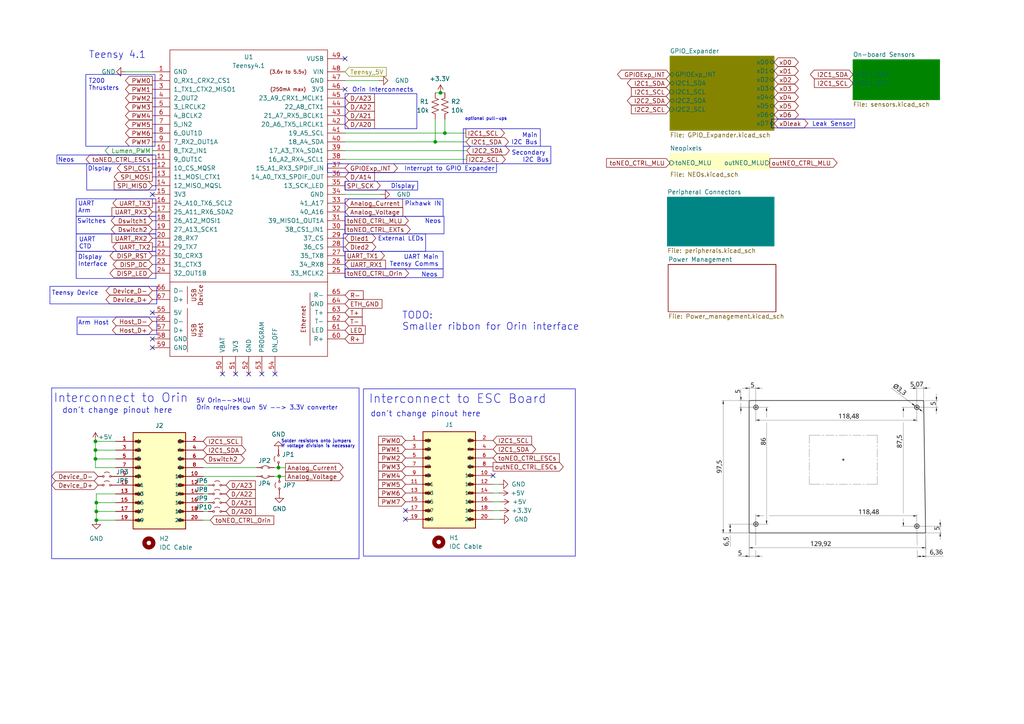
<source format=kicad_sch>
(kicad_sch (version 20231120) (generator "eeschema") (generator_version "8.0")
  (paper "A4")
  (title_block (title "Main Logic Unit Breakout") (date "2025-05-09") (rev "2.0") (company "Stanford Robosub") (comment 1 "BLAME: Vassilis Alexopoulos - valex@stanford.edu"))
  (lib_symbols
    (symbol "Device:R_US" (pin_numbers hide) (pin_names (offset 0))
      (property "Reference" "R" (at 2.54 0 90))
      (property "Value" "R_US" (at -2.54 0 90))
      (symbol "R_US_0_1"
        (polyline (pts (xy 0 -2.286) (xy 0 -2.54)))
        (polyline (pts (xy 0 2.286) (xy 0 2.54)))
        (polyline (pts (xy 0 -0.762) (xy 1.016 -1.143) (xy 0 -1.524) (xy -1.016 -1.905) (xy 0 -2.286)))
        (polyline (pts (xy 0 0.762) (xy 1.016 0.381) (xy 0 0) (xy -1.016 -0.381) (xy 0 -0.762)))
        (polyline (pts (xy 0 2.286) (xy 1.016 1.905) (xy 0 1.524) (xy -1.016 1.143) (xy 0 0.762)))
      )
      (symbol "R_US_1_1"
        (pin passive line (at 0 3.81 270) (length 1.27) (name "~") (number "1"))
        (pin passive line (at 0 -3.81 90) (length 1.27) (name "~") (number "2"))
      )
    )
    (symbol "Imported_Symbols:SBH11-PBPC-D10-ST-BK" (pin_names (offset 1.016))
      (property "Reference" "J" (at -7.62 16.002 0))
      (property "Value" "SBH11-PBPC-D10-ST-BK" (at -7.62 -15.24 0))
      (symbol "SBH11-PBPC-D10-ST-BK_0_0"
        (rectangle (start -7.62 -12.7) (end 7.62 15.24) (stroke (width 0.254)) (fill (type background)))
        (rectangle (start -6.985 -10.4775) (end -5.3975 -9.8425) (stroke (width 0.1)) (fill (type outline)))
        (rectangle (start -6.985 -7.9375) (end -5.3975 -7.3025) (stroke (width 0.1)) (fill (type outline)))
        (rectangle (start -6.985 -5.3975) (end -5.3975 -4.7625) (stroke (width 0.1)) (fill (type outline)))
        (rectangle (start -6.985 -2.8575) (end -5.3975 -2.2225) (stroke (width 0.1)) (fill (type outline)))
        (rectangle (start -6.985 -0.3175) (end -5.3975 0.3175) (stroke (width 0.1)) (fill (type outline)))
        (rectangle (start -6.985 2.2225) (end -5.3975 2.8575) (stroke (width 0.1)) (fill (type outline)))
        (rectangle (start -6.985 4.7625) (end -5.3975 5.3975) (stroke (width 0.1)) (fill (type outline)))
        (rectangle (start -6.985 7.3025) (end -5.3975 7.9375) (stroke (width 0.1)) (fill (type outline)))
        (rectangle (start -6.985 9.8425) (end -5.3975 10.4775) (stroke (width 0.1)) (fill (type outline)))
        (rectangle (start -6.985 12.3825) (end -5.3975 13.0175) (stroke (width 0.1)) (fill (type outline)))
        (polyline (pts (xy -7.62 -10.16) (xy -5.715 -10.16)) (stroke (width 0.254)))
        (polyline (pts (xy -7.62 -7.62) (xy -5.715 -7.62)) (stroke (width 0.254)))
        (polyline (pts (xy -7.62 -5.08) (xy -5.715 -5.08)) (stroke (width 0.254)))
        (polyline (pts (xy -7.62 -2.54) (xy -5.715 -2.54)) (stroke (width 0.254)))
        (polyline (pts (xy -7.62 0) (xy -5.715 0)) (stroke (width 0.254)))
        (polyline (pts (xy -7.62 2.54) (xy -5.715 2.54)) (stroke (width 0.254)))
        (polyline (pts (xy -7.62 5.08) (xy -5.715 5.08)) (stroke (width 0.254)))
        (polyline (pts (xy -7.62 7.62) (xy -5.715 7.62)) (stroke (width 0.254)))
        (polyline (pts (xy -7.62 10.16) (xy -5.715 10.16)) (stroke (width 0.254)))
        (polyline (pts (xy -7.62 12.7) (xy -5.715 12.7)) (stroke (width 0.254)))
        (polyline (pts (xy 7.62 -10.16) (xy 5.715 -10.16)) (stroke (width 0.254)))
        (polyline (pts (xy 7.62 -7.62) (xy 5.715 -7.62)) (stroke (width 0.254)))
        (polyline (pts (xy 7.62 -5.08) (xy 5.715 -5.08)) (stroke (width 0.254)))
        (polyline (pts (xy 7.62 -2.54) (xy 5.715 -2.54)) (stroke (width 0.254)))
        (polyline (pts (xy 7.62 0) (xy 5.715 0)) (stroke (width 0.254)))
        (polyline (pts (xy 7.62 2.54) (xy 5.715 2.54)) (stroke (width 0.254)))
        (polyline (pts (xy 7.62 5.08) (xy 5.715 5.08)) (stroke (width 0.254)))
        (polyline (pts (xy 7.62 7.62) (xy 5.715 7.62)) (stroke (width 0.254)))
        (polyline (pts (xy 7.62 10.16) (xy 5.715 10.16)) (stroke (width 0.254)))
        (polyline (pts (xy 7.62 12.7) (xy 5.715 12.7)) (stroke (width 0.254)))
        (rectangle (start 5.3975 -10.4775) (end 6.985 -9.8425) (stroke (width 0.1)) (fill (type outline)))
        (rectangle (start 5.3975 -7.9375) (end 6.985 -7.3025) (stroke (width 0.1)) (fill (type outline)))
        (rectangle (start 5.3975 -5.3975) (end 6.985 -4.7625) (stroke (width 0.1)) (fill (type outline)))
        (rectangle (start 5.3975 -2.8575) (end 6.985 -2.2225) (stroke (width 0.1)) (fill (type outline)))
        (rectangle (start 5.3975 -0.3175) (end 6.985 0.3175) (stroke (width 0.1)) (fill (type outline)))
        (rectangle (start 5.3975 2.2225) (end 6.985 2.8575) (stroke (width 0.1)) (fill (type outline)))
        (rectangle (start 5.3975 4.7625) (end 6.985 5.3975) (stroke (width 0.1)) (fill (type outline)))
        (rectangle (start 5.3975 7.3025) (end 6.985 7.9375) (stroke (width 0.1)) (fill (type outline)))
        (rectangle (start 5.3975 9.8425) (end 6.985 10.4775) (stroke (width 0.1)) (fill (type outline)))
        (rectangle (start 5.3975 12.3825) (end 6.985 13.0175) (stroke (width 0.1)) (fill (type outline)))
        (pin passive line (at -12.7 12.7 0) (length 5.08) (name "1") (number "1"))
        (pin passive line (at 12.7 2.54 180) (length 5.08) (name "10") (number "10"))
        (pin passive line (at -12.7 0 0) (length 5.08) (name "11") (number "11"))
        (pin passive line (at 12.7 0 180) (length 5.08) (name "12") (number "12"))
        (pin passive line (at -12.7 -2.54 0) (length 5.08) (name "13") (number "13"))
        (pin passive line (at 12.7 -2.54 180) (length 5.08) (name "14") (number "14"))
        (pin passive line (at -12.7 -5.08 0) (length 5.08) (name "15") (number "15"))
        (pin passive line (at 12.7 -5.08 180) (length 5.08) (name "16") (number "16"))
        (pin passive line (at -12.7 -7.62 0) (length 5.08) (name "17") (number "17"))
        (pin passive line (at 12.7 -7.62 180) (length 5.08) (name "18") (number "18"))
        (pin passive line (at -12.7 -10.16 0) (length 5.08) (name "19") (number "19"))
        (pin passive line (at 12.7 12.7 180) (length 5.08) (name "2") (number "2"))
        (pin passive line (at 12.7 -10.16 180) (length 5.08) (name "20") (number "20"))
        (pin passive line (at -12.7 10.16 0) (length 5.08) (name "3") (number "3"))
        (pin passive line (at 12.7 10.16 180) (length 5.08) (name "4") (number "4"))
        (pin passive line (at -12.7 7.62 0) (length 5.08) (name "5") (number "5"))
        (pin passive line (at 12.7 7.62 180) (length 5.08) (name "6") (number "6"))
        (pin passive line (at -12.7 5.08 0) (length 5.08) (name "7") (number "7"))
        (pin passive line (at 12.7 5.08 180) (length 5.08) (name "8") (number "8"))
        (pin passive line (at -12.7 2.54 0) (length 5.08) (name "9") (number "9"))
      )
    )
    (symbol "Jumper:Jumper_2_Small_Bridged" (pin_numbers hide) (pin_names (offset 0) hide) (exclude_from_sim yes)
      (property "Reference" "JP" (at 0 2.032 0))
      (property "Value" "Jumper_2_Small_Bridged" (at 0 -2.286 0))
      (symbol "Jumper_2_Small_Bridged_0_0"
        (circle (center -1.016 0) (radius 0.254))
        (circle (center 1.016 0) (radius 0.254))
      )
      (symbol "Jumper_2_Small_Bridged_0_1"
        (arc (start 0.762 0.254) (mid 0 0.5696) (end -0.762 0.254))
      )
      (symbol "Jumper_2_Small_Bridged_1_1"
        (pin passive line (at -2.54 0 0) (length 1.27) (name "A") (number "1"))
        (pin passive line (at 2.54 0 180) (length 1.27) (name "B") (number "2"))
      )
    )
    (symbol "Jumper:Jumper_2_Small_Open" (pin_numbers hide) (pin_names (offset 0) hide) (exclude_from_sim yes)
      (property "Reference" "JP" (at 0 2.794 0))
      (property "Value" "Jumper_2_Small_Open" (at 0 -2.286 0))
      (symbol "Jumper_2_Small_Open_0_0"
        (circle (center -1.016 0) (radius 0.254))
        (circle (center 1.016 0) (radius 0.254))
      )
      (symbol "Jumper_2_Small_Open_0_1"
        (arc (start 0.762 1.0196) (mid 0 1.2729) (end -0.762 1.0196))
      )
      (symbol "Jumper_2_Small_Open_1_1"
        (pin passive line (at -2.54 0 0) (length 1.27) (name "A") (number "1"))
        (pin passive line (at 2.54 0 180) (length 1.27) (name "B") (number "2"))
      )
    )
    (symbol "Mechanical:MountingHole" (pin_names (offset 1.016)) (exclude_from_sim yes) (in_bom no)
      (property "Reference" "H" (at 0 5.08 0))
      (property "Value" "MountingHole" (at 0 3.175 0))
      (symbol "MountingHole_0_1"
        (circle (center 0 0) (radius 1.27) (stroke (width 1.27)))
      )
    )
    (symbol "power:+3.3V" (power) (pin_numbers hide) (pin_names (offset 0) hide)
      (property "Value" "+3.3V" (at 0 3.556 0))
      (symbol "+3.3V_0_1"
        (polyline (pts (xy -0.762 1.27) (xy 0 2.54)))
        (polyline (pts (xy 0 0) (xy 0 2.54)))
        (polyline (pts (xy 0 2.54) (xy 0.762 1.27)))
      )
      (symbol "+3.3V_1_1"
        (pin power_in line (at 0 0 90) (length 0) (name "~") (number "1"))
      )
    )
    (symbol "power:+5V" (power) (pin_numbers hide) (pin_names (offset 0) hide)
      (property "Value" "+5V" (at 0 3.556 0))
      (symbol "+5V_0_1"
        (polyline (pts (xy -0.762 1.27) (xy 0 2.54)))
        (polyline (pts (xy 0 0) (xy 0 2.54)))
        (polyline (pts (xy 0 2.54) (xy 0.762 1.27)))
      )
      (symbol "+5V_1_1"
        (pin power_in line (at 0 0 90) (length 0) (name "~") (number "1"))
      )
    )
    (symbol "power:GND" (power) (pin_numbers hide) (pin_names (offset 0) hide)
      (property "Value" "GND" (at 0 -3.81 0))
      (symbol "GND_0_1"
        (polyline (pts (xy 0 0) (xy 0 -1.27) (xy 1.27 -1.27) (xy 0 -2.54) (xy -1.27 -1.27) (xy 0 -1.27)))
      )
      (symbol "GND_1_1"
        (pin power_in line (at 0 0 270) (length 0) (name "~") (number "1"))
      )
    )
    (symbol "teensy:Teensy4.1" (pin_names (offset 1.016))
      (property "Reference" "U" (at 0 64.77 0))
      (property "Value" "Teensy4.1" (at 0 62.23 0))
      (symbol "Teensy4.1_0_0"
        (polyline (pts (xy -22.86 -6.35) (xy 22.86 -6.35)))
        (polyline (pts (xy -17.78 -26.67) (xy -17.78 -13.97)))
        (polyline (pts (xy -17.78 -7.62) (xy -17.78 -12.7)))
        (polyline (pts (xy 17.78 -9.525) (xy 17.78 -24.765)))
        (text "(250mA max)" (at 11.43 49.53 0) (effects (font (size 1.016 1.016))))
        (text "(3.6v to 5.5v)" (at 11.43 54.61 0) (effects (font (size 1.016 1.016))))
        (text "Device" (at -13.97 -10.16 900) (effects (font (size 1.27 1.27))))
        (text "Ethernet" (at 15.875 -17.145 900) (effects (font (size 1.27 1.27))))
        (text "Host" (at -13.97 -20.32 900) (effects (font (size 1.27 1.27))))
        (text "USB" (at -15.875 -20.32 900) (effects (font (size 1.27 1.27))))
        (text "USB" (at -15.875 -10.16 900) (effects (font (size 1.27 1.27))))
        (pin bidirectional line (at -27.94 31.75 0) (length 5.08) (name "8_TX2_IN1") (number "10"))
        (pin bidirectional line (at -27.94 29.21 0) (length 5.08) (name "9_OUT1C") (number "11"))
        (pin bidirectional line (at -27.94 26.67 0) (length 5.08) (name "10_CS_MQSR") (number "12"))
        (pin bidirectional line (at -27.94 24.13 0) (length 5.08) (name "11_MOSI_CTX1") (number "13"))
        (pin bidirectional line (at -27.94 21.59 0) (length 5.08) (name "12_MISO_MQSL") (number "14"))
        (pin power_in line (at -27.94 19.05 0) (length 5.08) (name "3V3") (number "15"))
        (pin bidirectional line (at -27.94 16.51 0) (length 5.08) (name "24_A10_TX6_SCL2") (number "16"))
        (pin bidirectional line (at -27.94 13.97 0) (length 5.08) (name "25_A11_RX6_SDA2") (number "17"))
        (pin bidirectional line (at -27.94 11.43 0) (length 5.08) (name "26_A12_MOSI1") (number "18"))
        (pin bidirectional line (at -27.94 8.89 0) (length 5.08) (name "27_A13_SCK1") (number "19"))
        (pin bidirectional line (at -27.94 6.35 0) (length 5.08) (name "28_RX7") (number "20"))
        (pin bidirectional line (at -27.94 3.81 0) (length 5.08) (name "29_TX7") (number "21"))
        (pin bidirectional line (at -27.94 1.27 0) (length 5.08) (name "30_CRX3") (number "22"))
        (pin bidirectional line (at -27.94 -1.27 0) (length 5.08) (name "31_CTX3") (number "23"))
        (pin bidirectional line (at -27.94 -3.81 0) (length 5.08) (name "32_OUT1B") (number "24"))
        (pin bidirectional line (at 27.94 -3.81 180) (length 5.08) (name "33_MCLK2") (number "25"))
        (pin bidirectional line (at 27.94 -1.27 180) (length 5.08) (name "34_RX8") (number "26"))
        (pin bidirectional line (at 27.94 1.27 180) (length 5.08) (name "35_TX8") (number "27"))
        (pin bidirectional line (at 27.94 3.81 180) (length 5.08) (name "36_CS") (number "28"))
        (pin bidirectional line (at 27.94 6.35 180) (length 5.08) (name "37_CS") (number "29"))
        (pin bidirectional line (at 27.94 8.89 180) (length 5.08) (name "38_CS1_IN1") (number "30"))
        (pin bidirectional line (at 27.94 11.43 180) (length 5.08) (name "39_MISO1_OUT1A") (number "31"))
        (pin bidirectional line (at 27.94 13.97 180) (length 5.08) (name "40_A16") (number "32"))
        (pin bidirectional line (at 27.94 16.51 180) (length 5.08) (name "41_A17") (number "33"))
        (pin bidirectional line (at 27.94 21.59 180) (length 5.08) (name "13_SCK_LED") (number "35"))
        (pin bidirectional line (at 27.94 24.13 180) (length 5.08) (name "14_A0_TX3_SPDIF_OUT") (number "36"))
        (pin bidirectional line (at 27.94 26.67 180) (length 5.08) (name "15_A1_RX3_SPDIF_IN") (number "37"))
        (pin bidirectional line (at 27.94 29.21 180) (length 5.08) (name "16_A2_RX4_SCL1") (number "38"))
        (pin bidirectional line (at 27.94 31.75 180) (length 5.08) (name "17_A3_TX4_SDA1") (number "39"))
        (pin bidirectional line (at 27.94 34.29 180) (length 5.08) (name "18_A4_SDA") (number "40"))
        (pin bidirectional line (at 27.94 36.83 180) (length 5.08) (name "19_A5_SCL") (number "41"))
        (pin bidirectional line (at 27.94 39.37 180) (length 5.08) (name "20_A6_TX5_LRCLK1") (number "42"))
        (pin bidirectional line (at 27.94 41.91 180) (length 5.08) (name "21_A7_RX5_BCLK1") (number "43"))
        (pin bidirectional line (at 27.94 44.45 180) (length 5.08) (name "22_A8_CTX1") (number "44"))
        (pin bidirectional line (at 27.94 46.99 180) (length 5.08) (name "23_A9_CRX1_MCLK1") (number "45"))
        (pin output line (at 27.94 49.53 180) (length 5.08) (name "3V3") (number "46"))
        (pin output line (at 27.94 52.07 180) (length 5.08) (name "GND") (number "47"))
        (pin power_in line (at 27.94 54.61 180) (length 5.08) (name "VIN") (number "48"))
        (pin power_out line (at 27.94 58.42 180) (length 5.08) (name "VUSB") (number "49"))
        (pin bidirectional line (at -27.94 44.45 0) (length 5.08) (name "3_LRCLK2") (number "5"))
        (pin power_in line (at -7.62 -33.02 90) (length 5.08) (name "VBAT") (number "50"))
        (pin power_in line (at -3.81 -33.02 90) (length 5.08) (name "3V3") (number "51"))
        (pin input line (at 0 -33.02 90) (length 5.08) (name "GND") (number "52"))
        (pin input line (at 3.81 -33.02 90) (length 5.08) (name "PROGRAM") (number "53"))
        (pin input line (at 7.62 -33.02 90) (length 5.08) (name "ON_OFF") (number "54"))
        (pin power_out line (at -27.94 -15.24 0) (length 5.08) (name "5V") (number "55"))
        (pin bidirectional line (at -27.94 -17.78 0) (length 5.08) (name "D-") (number "56"))
        (pin bidirectional line (at -27.94 -20.32 0) (length 5.08) (name "D+") (number "57"))
        (pin power_in line (at -27.94 -22.86 0) (length 5.08) (name "GND") (number "58"))
        (pin power_in line (at -27.94 -25.4 0) (length 5.08) (name "GND") (number "59"))
        (pin bidirectional line (at -27.94 41.91 0) (length 5.08) (name "4_BCLK2") (number "6"))
        (pin bidirectional line (at 27.94 -22.86 180) (length 5.08) (name "R+") (number "60"))
        (pin bidirectional line (at 27.94 -20.32 180) (length 5.08) (name "LED") (number "61"))
        (pin bidirectional line (at 27.94 -17.78 180) (length 5.08) (name "T-") (number "62"))
        (pin bidirectional line (at 27.94 -15.24 180) (length 5.08) (name "T+") (number "63"))
        (pin power_in line (at 27.94 -12.7 180) (length 5.08) (name "GND") (number "64"))
        (pin bidirectional line (at 27.94 -10.16 180) (length 5.08) (name "R-") (number "65"))
        (pin bidirectional line (at -27.94 -8.89 0) (length 5.08) (name "D-") (number "66"))
        (pin bidirectional line (at -27.94 -11.43 0) (length 5.08) (name "D+") (number "67"))
        (pin bidirectional line (at -27.94 39.37 0) (length 5.08) (name "5_IN2") (number "7"))
        (pin bidirectional line (at -27.94 36.83 0) (length 5.08) (name "6_OUT1D") (number "8"))
        (pin bidirectional line (at -27.94 34.29 0) (length 5.08) (name "7_RX2_OUT1A") (number "9"))
      )
      (symbol "Teensy4.1_0_1"
        (rectangle (start -22.86 60.96) (end 22.86 -27.94))
        (rectangle (start -20.32 -1.27) (end -20.32 -1.27))
      )
      (symbol "Teensy4.1_1_1"
        (pin power_in line (at -27.94 54.61 0) (length 5.08) (name "GND") (number "1"))
        (pin bidirectional line (at -27.94 52.07 0) (length 5.08) (name "0_RX1_CRX2_CS1") (number "2"))
        (pin bidirectional line (at -27.94 49.53 0) (length 5.08) (name "1_TX1_CTX2_MISO1") (number "3"))
        (pin power_in line (at 27.94 19.05 180) (length 5.08) (name "GND") (number "34"))
        (pin bidirectional line (at -27.94 46.99 0) (length 5.08) (name "2_OUT2") (number "4"))
      )
    )
  )
  (junction (at 80.772 135.636))
  (junction (at 27.686 128.016))
  (junction (at 27.94 150.876))
  (junction (at 27.94 145.796))
  (junction (at 27.686 133.096))
  (junction (at 126.238 41.148))
  (junction (at 81.026 138.176))
  (junction (at 27.94 148.336))
  (junction (at 129.032 38.608))
  (junction (at 127.762 26.924))
  (junction (at 27.686 130.556))
  (no_connect (at 68.326 108.458))
  (no_connect (at 117.602 150.622))
  (no_connect (at 75.946 108.458))
  (no_connect (at 117.602 148.082))
  (no_connect (at 44.196 56.388))
  (no_connect (at 44.196 90.678))
  (no_connect (at 44.196 98.298))
  (no_connect (at 79.756 108.458))
  (no_connect (at 100.076 25.908))
  (no_connect (at 143.002 137.922))
  (no_connect (at 72.136 108.458))
  (no_connect (at 64.516 108.458))
  (no_connect (at 44.196 100.838))
  (no_connect (at 100.076 17.018))
  (wire (pts (xy 74.422 135.636) (xy 58.928 135.636)))
  (wire (pts (xy 143.002 145.542) (xy 145.034 145.542)))
  (wire (pts (xy 33.528 145.796) (xy 27.94 145.796)))
  (wire (pts (xy 81.026 138.176) (xy 79.502 138.176)))
  (wire (pts (xy 27.686 135.636) (xy 27.686 133.096)))
  (wire (pts (xy 145.034 150.622) (xy 143.002 150.622)))
  (wire (pts (xy 100.076 38.608) (xy 129.032 38.608)))
  (wire (pts (xy 126.238 34.544) (xy 126.238 41.148)))
  (wire (pts (xy 60.96 150.876) (xy 58.928 150.876)))
  (wire (pts (xy 27.94 148.336) (xy 27.94 150.876)))
  (wire (pts (xy 135.128 38.608) (xy 129.032 38.608)))
  (wire (pts (xy 126.238 41.148) (xy 100.076 41.148)))
  (wire (pts (xy 36.322 20.828) (xy 44.196 20.828)))
  (wire (pts (xy 27.94 148.336) (xy 33.528 148.336)))
  (wire (pts (xy 79.502 135.636) (xy 80.772 135.636)))
  (wire (pts (xy 33.528 135.636) (xy 27.686 135.636)))
  (wire (pts (xy 27.94 150.876) (xy 33.528 150.876)))
  (wire (pts (xy 27.94 143.256) (xy 27.94 145.796)))
  (wire (pts (xy 58.928 148.336) (xy 60.452 148.336)))
  (wire (pts (xy 129.032 34.544) (xy 129.032 38.608)))
  (wire (pts (xy 126.238 26.924) (xy 127.762 26.924)))
  (wire (pts (xy 100.076 56.388) (xy 110.49 56.388)))
  (wire (pts (xy 58.928 143.256) (xy 60.452 143.256)))
  (wire (pts (xy 27.686 128.016) (xy 33.528 128.016)))
  (wire (pts (xy 135.128 41.148) (xy 126.238 41.148)))
  (wire (pts (xy 33.528 143.256) (xy 27.94 143.256)))
  (wire (pts (xy 82.804 138.176) (xy 81.026 138.176)))
  (wire (pts (xy 143.002 148.082) (xy 145.034 148.082)))
  (wire (pts (xy 74.422 138.176) (xy 58.928 138.176)))
  (wire (pts (xy 58.928 145.796) (xy 60.452 145.796)))
  (wire (pts (xy 109.982 23.368) (xy 100.076 23.368)))
  (wire (pts (xy 80.772 135.636) (xy 82.804 135.636)))
  (wire (pts (xy 127.762 26.924) (xy 129.032 26.924)))
  (wire (pts (xy 27.686 128.016) (xy 27.686 130.556)))
  (wire (pts (xy 58.928 140.716) (xy 60.452 140.716)))
  (wire (pts (xy 144.78 140.462) (xy 143.002 140.462)))
  (wire (pts (xy 27.686 133.096) (xy 33.528 133.096)))
  (wire (pts (xy 27.686 130.556) (xy 27.686 133.096)))
  (wire (pts (xy 27.94 145.796) (xy 27.94 148.336)))
  (wire (pts (xy 135.382 46.228) (xy 100.076 46.228)))
  (wire (pts (xy 135.382 43.688) (xy 100.076 43.688)))
  (wire (pts (xy 27.686 130.556) (xy 33.528 130.556)))
  (wire (pts (xy 143.002 143.002) (xy 144.78 143.002)))
  (wire (pts (xy 127.762 26.924) (xy 127.762 27.178)))
  (rectangle (start 100.076 57.658) (end 128.524 62.738))
  (rectangle (start 16.51 44.958) (end 45.212 47.498))
  (rectangle (start 100.076 27.178) (end 120.904 37.338))
  (rectangle (start 25.146 47.498) (end 45.212 55.118))
  (rectangle (start 22.352 91.948) (end 45.466 97.028))
  (rectangle (start 14.986 112.522) (end 104.14 162.052))
  (rectangle (start 100.076 62.738) (end 128.778 67.818))
  (rectangle (start 14.478 83.058) (end 45.466 88.138))
  (rectangle (start 100.076 77.978) (end 128.524 80.518))
  (rectangle (start 105.41 112.776) (end 166.878 161.29))
  (rectangle (start 22.098 62.738) (end 45.212 67.818))
  (rectangle (start 94.996 47.498) (end 144.018 50.038))
  (rectangle (start 100.076 52.578) (end 121.158 55.118))
  (rectangle (start 223.774 34.544) (end 247.904 37.084))
  (rectangle (start 99.568 67.818) (end 123.444 72.898))
  (rectangle (start 22.098 57.658) (end 45.212 62.738))
  (rectangle (start 100.076 72.898) (end 128.524 77.978))
  (rectangle (start 22.098 67.818) (end 45.212 72.898))
  (rectangle (start 24.892 21.59) (end 44.958 42.418))
  (rectangle (start 134.366 37.338) (end 156.718 42.418))
  (rectangle (start 134.366 42.418) (end 159.766 47.498))
  (rectangle (start 22.098 72.898) (end 45.212 80.772))
  (image (at 241.808 135.636) (scale 0.248))
  (text "don't change pinout here" (at 123.444 120.142 0) (effects (font (size 1.651 1.651))))
  (text "Neos" (at 16.764 46.482 0) (effects (font (size 1.27 1.27)) (justify left)))
  (text "TODO: \nSmaller ribbon for Orin interface" (at 116.586 93.218 0) (effects (font (size 2.032 2.032)) (justify left)))
  (text "Secondary \nI2C Bus" (at 159.258 45.466 0) (effects (font (size 1.27 1.27)) (justify right)))
  (text "UART\nCTD" (at 22.86 70.612 0) (effects (font (size 1.27 1.27)) (justify left)))
  (text "Leak Sensor" (at 247.396 36.068 0) (effects (font (size 1.27 1.27)) (justify right)))
  (text "Neos" (at 123.19 64.262 0) (effects (font (size 1.27 1.27)) (justify left)))
  (text "Switches" (at 22.352 64.262 0) (effects (font (size 1.27 1.27)) (justify left)))
  (text "Arm Host" (at 22.606 93.726 0) (effects (font (size 1.27 1.27)) (justify left)))
  (text "UART\nArm" (at 22.606 60.198 0) (effects (font (size 1.27 1.27)) (justify left)))
  (text "optional pull-ups" (at 140.97 34.544 0) (effects (font (size 0.889 0.889))))
  (text "External LEDs" (at 122.936 69.342 0) (effects (font (size 1.27 1.27)) (justify right)))
  (text "Pixhawk IN" (at 128.016 59.182 0) (effects (font (size 1.27 1.27)) (justify right)))
  (text "UART Main\nTeensy Comms" (at 127.254 75.692 0) (effects (font (size 1.27 1.27)) (justify right)))
  (text "Interconnect to ESC Board" (at 106.934 115.824 0) (effects (font (size 2.54 2.54)) (justify left)))
  (text "Teensy 4.1" (at 34.036 16.002 0) (effects (font (size 2.032 2.032))))
  (text "T200\nThrusters" (at 25.654 24.638 0) (effects (font (size 1.27 1.27)) (justify left)))
  (text "don't change pinout here" (at 34.036 119.126 0) (effects (font (size 1.651 1.651))))
  (text "Orin Interconnects" (at 102.108 26.162 0) (effects (font (size 1.27 1.27)) (justify left)))
  (text "Main\nI2C Bus" (at 155.956 40.386 0) (effects (font (size 1.27 1.27)) (justify right)))
  (text "Display \nInterface" (at 22.606 75.692 0) (effects (font (size 1.27 1.27)) (justify left)))
  (text "Teensy Device" (at 14.986 85.09 0) (effects (font (size 1.27 1.27)) (justify left)))
  (text "5V Orin-->MLU\nOrin requires own 5V --> 3.3V converter" (at 56.896 117.348 0) (effects (font (size 1.27 1.27)) (justify left)))
  (text "Display" (at 116.84 54.102 0) (effects (font (size 1.27 1.27))))
  (text "Neos" (at 122.174 79.756 0) (effects (font (size 1.27 1.27)) (justify left)))
  (text "Interrupt to GPIO Expander" (at 143.51 49.022 0) (effects (font (size 1.27 1.27)) (justify right)))
  (text "Interconnect to Orin" (at 15.494 115.57 0) (effects (font (size 2.54 2.54)) (justify left)))
  (text "Display" (at 28.956 49.022 0) (effects (font (size 1.27 1.27))))
  (text "Solder resistors onto jumpers \nif voltage division is necessary" (at 81.534 128.778 0) (effects (font (size 0.889 0.889)) (justify left)))
  (global_label "xDleak" (shape bidirectional) (at 224.536 35.814 0) (property "Intersheetrefs" "${INTERSHEET_REFS}" (effects (hide yes))))
  (global_label "Device_D-" (shape bidirectional) (at 44.196 84.328 180) (property "Intersheetrefs" "${INTERSHEET_REFS}" (effects (hide yes))))
  (global_label "PWM2" (shape input) (at 117.602 132.842 180) (property "Intersheetrefs" "${INTERSHEET_REFS}" (effects (hide yes))))
  (global_label "I2C1_SDA" (shape bidirectional) (at 143.002 130.302 0) (property "Intersheetrefs" "${INTERSHEET_REFS}" (effects (hide yes))))
  (global_label "toNEO_CTRL_Orin" (shape input) (at 60.96 150.876 0) (property "Intersheetrefs" "${INTERSHEET_REFS}" (effects (hide yes))))
  (global_label "I2C1_SCL" (shape input) (at 194.31 26.67 180) (property "Intersheetrefs" "${INTERSHEET_REFS}" (effects (hide yes))))
  (global_label "PWM7" (shape input) (at 117.602 145.542 180) (property "Intersheetrefs" "${INTERSHEET_REFS}" (effects (hide yes))))
  (global_label "I2C2_SCL" (shape output) (at 135.382 46.228 0) (property "Intersheetrefs" "${INTERSHEET_REFS}" (effects (hide yes))))
  (global_label "DISP_RST" (shape bidirectional) (at 44.196 74.168 180) (property "Intersheetrefs" "${INTERSHEET_REFS}" (effects (hide yes))))
  (global_label "D{slash}A20" (shape input) (at 100.076 36.068 0) (property "Intersheetrefs" "${INTERSHEET_REFS}" (effects (hide yes))))
  (global_label "PWM0" (shape output) (at 44.196 23.368 180) (property "Intersheetrefs" "${INTERSHEET_REFS}" (effects (hide yes))))
  (global_label "outNEO_CTRL_MLU" (shape output) (at 223.266 47.244 0) (property "Intersheetrefs" "${INTERSHEET_REFS}" (effects (hide yes))))
  (global_label "Dled2" (shape bidirectional) (at 100.076 71.628 0) (property "Intersheetrefs" "${INTERSHEET_REFS}" (effects (hide yes))))
  (global_label "PWM4" (shape output) (at 44.196 33.528 180) (property "Intersheetrefs" "${INTERSHEET_REFS}" (effects (hide yes))))
  (global_label "Dswitch1" (shape bidirectional) (at 44.196 64.008 180) (property "Intersheetrefs" "${INTERSHEET_REFS}" (effects (hide yes))))
  (global_label "Device_D-" (shape bidirectional) (at 28.448 138.176 180) (property "Intersheetrefs" "${INTERSHEET_REFS}" (effects (hide yes))))
  (global_label "DISP_DC" (shape bidirectional) (at 44.196 76.708 180) (property "Intersheetrefs" "${INTERSHEET_REFS}" (effects (hide yes))))
  (global_label "SPI_SCK" (shape output) (at 100.076 53.848 0) (property "Intersheetrefs" "${INTERSHEET_REFS}" (effects (hide yes))))
  (global_label "GPIOExp_INT" (shape bidirectional) (at 100.076 48.768 0) (property "Intersheetrefs" "${INTERSHEET_REFS}" (effects (hide yes))))
  (global_label "D{slash}A21" (shape input) (at 100.076 33.528 0) (property "Intersheetrefs" "${INTERSHEET_REFS}" (effects (hide yes))))
  (global_label "ETH_GND" (shape input) (at 100.076 88.138 0) (property "Intersheetrefs" "${INTERSHEET_REFS}" (effects (hide yes))))
  (global_label "I2C1_SCL" (shape output) (at 135.128 38.608 0) (property "Intersheetrefs" "${INTERSHEET_REFS}" (effects (hide yes))))
  (global_label "UART_TX3" (shape output) (at 44.196 58.928 180) (property "Intersheetrefs" "${INTERSHEET_REFS}" (effects (hide yes))))
  (global_label "UART_RX2" (shape input) (at 44.196 69.088 180) (property "Intersheetrefs" "${INTERSHEET_REFS}" (effects (hide yes))))
  (global_label "Host_D-" (shape bidirectional) (at 44.196 93.218 180) (property "Intersheetrefs" "${INTERSHEET_REFS}" (effects (hide yes))))
  (global_label "PWM1" (shape output) (at 44.196 25.908 180) (property "Intersheetrefs" "${INTERSHEET_REFS}" (effects (hide yes))))
  (global_label "toNEO_CTRL_ESCs" (shape input) (at 143.002 132.842 0) (property "Intersheetrefs" "${INTERSHEET_REFS}" (effects (hide yes))))
  (global_label "Device_D+" (shape bidirectional) (at 44.196 86.868 180) (property "Intersheetrefs" "${INTERSHEET_REFS}" (effects (hide yes))))
  (global_label "PWM6" (shape input) (at 117.602 143.002 180) (property "Intersheetrefs" "${INTERSHEET_REFS}" (effects (hide yes))))
  (global_label "PWM3" (shape input) (at 117.602 135.382 180) (property "Intersheetrefs" "${INTERSHEET_REFS}" (effects (hide yes))))
  (global_label "Device_D+" (shape bidirectional) (at 28.448 140.716 180) (property "Intersheetrefs" "${INTERSHEET_REFS}" (effects (hide yes))))
  (global_label "R+" (shape input) (at 100.076 98.298 0) (property "Intersheetrefs" "${INTERSHEET_REFS}" (effects (hide yes))))
  (global_label "Dswitch2" (shape bidirectional) (at 58.928 133.096 0) (property "Intersheetrefs" "${INTERSHEET_REFS}" (effects (hide yes))))
  (global_label "I2C2_SCL" (shape input) (at 194.31 31.75 180) (property "Intersheetrefs" "${INTERSHEET_REFS}" (effects (hide yes))))
  (global_label "R-" (shape input) (at 100.076 85.598 0) (property "Intersheetrefs" "${INTERSHEET_REFS}" (effects (hide yes))))
  (global_label "I2C1_SCL" (shape input) (at 143.002 127.762 0) (property "Intersheetrefs" "${INTERSHEET_REFS}" (effects (hide yes))))
  (global_label "I2C1_SCL" (shape input) (at 247.396 24.13 180) (property "Intersheetrefs" "${INTERSHEET_REFS}" (effects (hide yes))))
  (global_label "toNEO_CTRL_ESCs" (shape output) (at 44.196 46.228 180) (property "Intersheetrefs" "${INTERSHEET_REFS}" (effects (hide yes))))
  (global_label "I2C1_SDA" (shape bidirectional) (at 58.928 130.556 0) (property "Intersheetrefs" "${INTERSHEET_REFS}" (effects (hide yes))))
  (global_label "D{slash}A20" (shape input) (at 65.532 148.336 0) (property "Intersheetrefs" "${INTERSHEET_REFS}" (effects (hide yes))))
  (global_label "xD0" (shape bidirectional) (at 224.536 18.034 0) (property "Intersheetrefs" "${INTERSHEET_REFS}" (effects (hide yes))))
  (global_label "D{slash}A23" (shape input) (at 65.532 140.716 0) (property "Intersheetrefs" "${INTERSHEET_REFS}" (effects (hide yes))))
  (global_label "Analog_Current" (shape input) (at 100.076 58.928 0) (property "Intersheetrefs" "${INTERSHEET_REFS}" (effects (hide yes))))
  (global_label "D{slash}A21" (shape input) (at 65.532 145.796 0) (property "Intersheetrefs" "${INTERSHEET_REFS}" (effects (hide yes))))
  (global_label "Dswitch2" (shape bidirectional) (at 44.196 66.548 180) (property "Intersheetrefs" "${INTERSHEET_REFS}" (effects (hide yes))))
  (global_label "SPI_MOSI" (shape output) (at 44.196 51.308 180) (property "Intersheetrefs" "${INTERSHEET_REFS}" (effects (hide yes))))
  (global_label "xD1" (shape bidirectional) (at 224.536 20.574 0) (property "Intersheetrefs" "${INTERSHEET_REFS}" (effects (hide yes))))
  (global_label "xD4" (shape bidirectional) (at 224.536 28.194 0) (property "Intersheetrefs" "${INTERSHEET_REFS}" (effects (hide yes))))
  (global_label "Dled1" (shape bidirectional) (at 100.076 69.088 0) (property "Intersheetrefs" "${INTERSHEET_REFS}" (effects (hide yes))))
  (global_label "I2C1_SDA" (shape bidirectional) (at 135.128 41.148 0) (property "Intersheetrefs" "${INTERSHEET_REFS}" (effects (hide yes))))
  (global_label "UART_TX1" (shape output) (at 100.076 74.168 0) (property "Intersheetrefs" "${INTERSHEET_REFS}" (effects (hide yes))))
  (global_label "I2C2_SDA" (shape bidirectional) (at 194.31 29.21 180) (property "Intersheetrefs" "${INTERSHEET_REFS}" (effects (hide yes))))
  (global_label "toNEO_CTRL_Orin" (shape output) (at 100.076 79.248 0) (property "Intersheetrefs" "${INTERSHEET_REFS}" (effects (hide yes))))
  (global_label "toNEO_CTRL_EXTs" (shape output) (at 100.076 66.548 0) (property "Intersheetrefs" "${INTERSHEET_REFS}" (effects (hide yes))))
  (global_label "PWM0" (shape input) (at 117.602 127.762 180) (property "Intersheetrefs" "${INTERSHEET_REFS}" (effects (hide yes))))
  (global_label "PWM2" (shape output) (at 44.196 28.448 180) (property "Intersheetrefs" "${INTERSHEET_REFS}" (effects (hide yes))))
  (global_label "Lumen_PWM" (shape output) (at 44.196 43.688 180) (property "Intersheetrefs" "${INTERSHEET_REFS}" (effects (hide yes))))
  (global_label "xD3" (shape bidirectional) (at 224.536 25.654 0) (property "Intersheetrefs" "${INTERSHEET_REFS}" (effects (hide yes))))
  (global_label "GPIOExp_INT" (shape bidirectional) (at 194.31 21.59 180) (property "Intersheetrefs" "${INTERSHEET_REFS}" (effects (hide yes))))
  (global_label "SPI_MISO" (shape input) (at 44.196 53.848 180) (property "Intersheetrefs" "${INTERSHEET_REFS}" (effects (hide yes))))
  (global_label "PWM1" (shape input) (at 117.602 130.302 180) (property "Intersheetrefs" "${INTERSHEET_REFS}" (effects (hide yes))))
  (global_label "Analog_Voltage" (shape input) (at 100.076 61.468 0) (property "Intersheetrefs" "${INTERSHEET_REFS}" (effects (hide yes))))
  (global_label "PWM5" (shape output) (at 44.196 36.068 180) (property "Intersheetrefs" "${INTERSHEET_REFS}" (effects (hide yes))))
  (global_label "I2C1_SCL" (shape input) (at 58.928 128.016 0) (property "Intersheetrefs" "${INTERSHEET_REFS}" (effects (hide yes))))
  (global_label "T-" (shape input) (at 100.076 93.218 0) (property "Intersheetrefs" "${INTERSHEET_REFS}" (effects (hide yes))))
  (global_label "UART_TX2" (shape output) (at 44.196 71.628 180) (property "Intersheetrefs" "${INTERSHEET_REFS}" (effects (hide yes))))
  (global_label "UART_RX3" (shape input) (at 44.196 61.468 180) (property "Intersheetrefs" "${INTERSHEET_REFS}" (effects (hide yes))))
  (global_label "LED" (shape input) (at 100.076 95.758 0) (property "Intersheetrefs" "${INTERSHEET_REFS}" (effects (hide yes))))
  (global_label "DISP_LED" (shape bidirectional) (at 44.196 79.248 180) (property "Intersheetrefs" "${INTERSHEET_REFS}" (effects (hide yes))))
  (global_label "Analog_Current" (shape output) (at 82.804 135.636 0) (property "Intersheetrefs" "${INTERSHEET_REFS}" (effects (hide yes))))
  (global_label "I2C2_SDA" (shape bidirectional) (at 135.382 43.688 0) (property "Intersheetrefs" "${INTERSHEET_REFS}" (effects (hide yes))))
  (global_label "UART_RX1" (shape input) (at 100.076 76.708 0) (property "Intersheetrefs" "${INTERSHEET_REFS}" (effects (hide yes))))
  (global_label "PWM3" (shape output) (at 44.196 30.988 180) (property "Intersheetrefs" "${INTERSHEET_REFS}" (effects (hide yes))))
  (global_label "Analog_Voltage" (shape output) (at 82.804 138.176 0) (property "Intersheetrefs" "${INTERSHEET_REFS}" (effects (hide yes))))
  (global_label "Host_D+" (shape bidirectional) (at 44.196 95.758 180) (property "Intersheetrefs" "${INTERSHEET_REFS}" (effects (hide yes))))
  (global_label "D{slash}A22" (shape input) (at 65.532 143.256 0) (property "Intersheetrefs" "${INTERSHEET_REFS}" (effects (hide yes))))
  (global_label "I2C1_SDA" (shape bidirectional) (at 247.396 21.59 180) (property "Intersheetrefs" "${INTERSHEET_REFS}" (effects (hide yes))))
  (global_label "T+" (shape input) (at 100.076 90.678 0) (property "Intersheetrefs" "${INTERSHEET_REFS}" (effects (hide yes))))
  (global_label "D{slash}A23" (shape input) (at 100.076 28.448 0) (property "Intersheetrefs" "${INTERSHEET_REFS}" (effects (hide yes))))
  (global_label "toNEO_CTRL_MLU" (shape output) (at 100.076 64.008 0) (property "Intersheetrefs" "${INTERSHEET_REFS}" (effects (hide yes))))
  (global_label "I2C1_SDA" (shape bidirectional) (at 194.31 24.13 180) (property "Intersheetrefs" "${INTERSHEET_REFS}" (effects (hide yes))))
  (global_label "xD5" (shape bidirectional) (at 224.536 30.734 0) (property "Intersheetrefs" "${INTERSHEET_REFS}" (effects (hide yes))))
  (global_label "D{slash}A22" (shape input) (at 100.076 30.988 0) (property "Intersheetrefs" "${INTERSHEET_REFS}" (effects (hide yes))))
  (global_label "toNEO_CTRL_MLU" (shape input) (at 194.31 47.244 180) (property "Intersheetrefs" "${INTERSHEET_REFS}" (effects (hide yes))))
  (global_label "xD6" (shape bidirectional) (at 224.536 33.274 0) (property "Intersheetrefs" "${INTERSHEET_REFS}" (effects (hide yes))))
  (global_label "PWM6" (shape output) (at 44.196 38.608 180) (property "Intersheetrefs" "${INTERSHEET_REFS}" (effects (hide yes))))
  (global_label "Teensy_5V" (shape input) (at 100.076 20.828 0) (property "Intersheetrefs" "${INTERSHEET_REFS}" (effects (hide yes))))
  (global_label "SPI_CS1" (shape output) (at 44.196 48.768 180) (property "Intersheetrefs" "${INTERSHEET_REFS}" (effects (hide yes))))
  (global_label "xD2" (shape bidirectional) (at 224.536 23.114 0) (property "Intersheetrefs" "${INTERSHEET_REFS}" (effects (hide yes))))
  (global_label "outNEO_CTRL_ESCs" (shape output) (at 143.002 135.382 0) (property "Intersheetrefs" "${INTERSHEET_REFS}" (effects (hide yes))))
  (global_label "PWM4" (shape input) (at 117.602 137.922 180) (property "Intersheetrefs" "${INTERSHEET_REFS}" (effects (hide yes))))
  (global_label "PWM7" (shape output) (at 44.196 41.148 180) (property "Intersheetrefs" "${INTERSHEET_REFS}" (effects (hide yes))))
  (global_label "D{slash}A14" (shape input) (at 100.076 51.308 0) (property "Intersheetrefs" "${INTERSHEET_REFS}" (effects (hide yes))))
  (global_label "PWM5" (shape input) (at 117.602 140.462 180) (property "Intersheetrefs" "${INTERSHEET_REFS}" (effects (hide yes))))
  (symbol (lib_id "power:GND") (at 110.49 56.388 90) (unit 1)
    (property "Reference" "#PWR04" (effects (hide yes)))
    (property "Value" "GND" (at 115.062 56.3879 90) (effects (justify right)))
    (property "Description" "Power symbol creates a global label with name \"GND\" , ground" (effects (hide yes)))
  )
  (symbol (lib_id "teensy:Teensy4.1") (at 72.136 75.438 0) (unit 1)
    (property "Reference" "U1" (at 72.136 16.51 0))
    (property "Value" "Teensy4.1" (at 72.136 19.05 0))
    (property "Footprint" "Module:Teensy41" (effects (hide yes)))
  )
  (symbol (lib_id "power:+3.3V") (at 127.762 27.178 0) (unit 1)
    (property "Reference" "#PWR03" (effects (hide yes)))
    (property "Value" "+3.3V" (at 127.508 22.86 0))
    (property "Description" "Power symbol creates a global label with name \"+3.3V\"" (effects (hide yes)))
  )
  (symbol (lib_id "Device:R_US") (at 126.238 30.734 0) (unit 1)
    (property "Reference" "R1" (at 124.46 29.4639 0) (effects (justify right)))
    (property "Value" "10k" (at 124.46 32.0039 0) (effects (justify right)))
    (property "Footprint" "Resistor_SMD:R_0805_2012Metric_Pad1.20x1.40mm_HandSolder" (effects (hide yes)))
    (property "Description" "Resistor, US symbol" (effects (hide yes)))
    (property "Supplier 1" "https://www.digikey.com/en/products/detail/panasonic-electronic-components/ERJ-6GEYJ103V/83062" (effects (hide yes)))
    (property "Supplier 1 S/N" "P10KACT-ND" (effects (hide yes)))
  )
  (symbol (lib_id "Mechanical:MountingHole") (at 43.18 157.48 0) (unit 1) (exclude_from_sim yes) (in_bom no)
    (property "Reference" "H2" (at 46.228 156.2099 0) (effects (justify left)))
    (property "Value" "IDC Cable" (at 46.228 158.7499 0) (effects (justify left)))
    (property "Description" "20 pin 2.54pitch IDC cable for interconnection" (effects (hide yes)))
    (property "Supplier 1" "https://www.digikey.com/en/products/detail/adafruit-industries-llc/5294/15841473" (effects (hide yes)))
    (property "Supplier 1 S/N" "1528-5294-ND" (effects (hide yes)))
  )
  (symbol (lib_id "power:GND") (at 81.026 143.256 0) (unit 1)
    (property "Reference" "#PWR09" (effects (hide yes)))
    (property "Value" "GND" (at 81.026 147.574 0))
    (property "Description" "Power symbol creates a global label with name \"GND\" , ground" (effects (hide yes)))
  )
  (symbol (lib_id "Jumper:Jumper_2_Small_Open") (at 81.026 140.716 90) (unit 1) (exclude_from_sim yes)
    (property "Reference" "JP7" (at 82.042 140.716 90) (effects (justify right)))
    (property "Value" "Jumper_2_Small_Open" (effects (hide yes)))
    (property "Footprint" "Jumper:SolderJumper-2_P1.3mm_Open_RoundedPad1.0x1.5mm" (effects (hide yes)))
    (property "Description" "Jumper, 2-pole, small symbol, open" (effects (hide yes)))
  )
  (symbol (lib_id "power:GND") (at 80.772 130.556 180) (unit 1)
    (property "Reference" "#PWR06" (effects (hide yes)))
    (property "Value" "GND" (at 80.772 125.984 0))
    (property "Description" "Power symbol creates a global label with name \"GND\" , ground" (effects (hide yes)))
  )
  (symbol (lib_id "power:+5V") (at 145.034 145.542 270) (unit 1)
    (property "Reference" "#PWR010" (effects (hide yes)))
    (property "Value" "+5V" (at 148.59 145.5419 90) (effects (justify left)))
    (property "Description" "Power symbol creates a global label with name \"+5V\"" (effects (hide yes)))
  )
  (symbol (lib_id "Jumper:Jumper_2_Small_Bridged") (at 76.962 135.636 0) (unit 1) (exclude_from_sim yes)
    (property "Reference" "JP2" (at 76.708 133.604 0))
    (property "Value" "Jumper_2_Small_Bridged" (effects (hide yes)))
    (property "Footprint" "Jumper:SolderJumper-2_P1.3mm_Bridged2Bar_RoundedPad1.0x1.5mm" (effects (hide yes)))
    (property "Description" "Jumper, 2-pole, small symbol, bridged" (effects (hide yes)))
  )
  (symbol (lib_id "power:+5V") (at 27.686 128.016 0) (unit 1)
    (property "Reference" "#PWR05" (effects (hide yes)))
    (property "Value" "+5V" (at 28.448 126.746 0) (effects (justify left)))
    (property "Description" "Power symbol creates a global label with name \"+5V\"" (effects (hide yes)))
  )
  (symbol (lib_id "Jumper:Jumper_2_Small_Open") (at 62.992 140.716 0) (mirror y) (unit 1) (exclude_from_sim yes)
    (property "Reference" "JP6" (at 56.642 139.446 0) (effects (justify right)))
    (property "Value" "Jumper_2_Small_Open" (effects (hide yes)))
    (property "Footprint" "Connector_PinHeader_1.27mm:PinHeader_1x02_P1.27mm_Vertical" (effects (hide yes)))
    (property "Description" "Jumper, 2-pole, small symbol, open" (effects (hide yes)))
    (property "Supplier 1" "https://www.digikey.com/en/products/detail/adam-tech/HMSC-G/9830451" (effects (hide yes)))
    (property "Supplier 1 S/N" "2057-HMSC-G-ND" (effects (hide yes)))
  )
  (symbol (lib_id "power:GND") (at 144.78 140.462 90) (unit 1)
    (property "Reference" "#PWR07" (effects (hide yes)))
    (property "Value" "GND" (at 148.336 140.4619 90) (effects (justify right)))
    (property "Description" "Power symbol creates a global label with name \"GND\" , ground" (effects (hide yes)))
  )
  (symbol (lib_id "Jumper:Jumper_2_Small_Open") (at 80.772 133.096 90) (unit 1) (exclude_from_sim yes)
    (property "Reference" "JP1" (at 81.788 131.826 90) (effects (justify right)))
    (property "Value" "Jumper_2_Small_Open" (effects (hide yes)))
    (property "Footprint" "Jumper:SolderJumper-2_P1.3mm_Open_RoundedPad1.0x1.5mm" (effects (hide yes)))
    (property "Description" "Jumper, 2-pole, small symbol, open" (effects (hide yes)))
  )
  (symbol (lib_id "Device:R_US") (at 129.032 30.734 0) (mirror y) (unit 1)
    (property "Reference" "R2" (at 130.81 29.4639 0) (effects (justify right)))
    (property "Value" "10k" (at 130.81 32.0039 0) (effects (justify right)))
    (property "Footprint" "Resistor_SMD:R_0805_2012Metric_Pad1.20x1.40mm_HandSolder" (effects (hide yes)))
    (property "Description" "Resistor, US symbol" (effects (hide yes)))
    (property "Supplier 1" "https://www.digikey.com/en/products/detail/panasonic-electronic-components/ERJ-6GEYJ103V/83062" (effects (hide yes)))
    (property "Supplier 1 S/N" "P10KACT-ND" (effects (hide yes)))
  )
  (symbol (lib_id "Imported_Symbols:SBH11-PBPC-D10-ST-BK") (at 46.228 140.716 0) (unit 1)
    (property "Reference" "J2" (at 46.228 123.444 0))
    (property "Value" "SBH11-PBPC-D10-ST-BK" (effects (hide yes)))
    (property "Footprint" "ImportedV2:SULLINS_SBH11-PBPC-D10-ST-BK" (effects (hide yes)))
    (property "PARTREV" "J" (effects (hide yes)))
    (property "STANDARD" "Manufacturer Recommendations" (effects (hide yes)))
    (property "MAXIMUM_PACKAGE_HEIGHT" "9.4mm" (effects (hide yes)))
    (property "MANUFACTURER" "Sullins Connector" (effects (hide yes)))
    (property "Supplier 1" "https://www.digikey.com/en/products/detail/sullins-connector-solutions/SBH11-PBPC-D10-ST-BK/1990065" (effects (hide yes)))
    (property "Supplier 1 S/N" "S9172-ND" (effects (hide yes)))
  )
  (symbol (lib_id "power:GND") (at 109.982 23.368 90) (unit 1)
    (property "Reference" "#PWR02" (effects (hide yes)))
    (property "Value" "GND" (at 114.554 23.3679 90) (effects (justify right)))
    (property "Description" "Power symbol creates a global label with name \"GND\" , ground" (effects (hide yes)))
  )
  (symbol (lib_id "Jumper:Jumper_2_Small_Open") (at 62.992 148.336 0) (mirror y) (unit 1) (exclude_from_sim yes)
    (property "Reference" "JP10" (at 56.642 147.066 0) (effects (justify right)))
    (property "Value" "Jumper_2_Small_Open" (effects (hide yes)))
    (property "Footprint" "Connector_PinHeader_1.27mm:PinHeader_1x02_P1.27mm_Vertical" (effects (hide yes)))
    (property "Description" "Jumper, 2-pole, small symbol, open" (effects (hide yes)))
    (property "Supplier 1" "https://www.digikey.com/en/products/detail/adam-tech/HMSC-G/9830451" (effects (hide yes)))
    (property "Supplier 1 S/N" "2057-HMSC-G-ND" (effects (hide yes)))
  )
  (symbol (lib_id "Imported_Symbols:SBH11-PBPC-D10-ST-BK") (at 130.302 140.462 0) (unit 1)
    (property "Reference" "J1" (at 130.302 123.19 0))
    (property "Value" "SBH11-PBPC-D10-ST-BK" (effects (hide yes)))
    (property "Footprint" "ImportedV2:SULLINS_SBH11-PBPC-D10-ST-BK" (effects (hide yes)))
    (property "PARTREV" "J" (effects (hide yes)))
    (property "STANDARD" "Manufacturer Recommendations" (effects (hide yes)))
    (property "MAXIMUM_PACKAGE_HEIGHT" "9.4mm" (effects (hide yes)))
    (property "MANUFACTURER" "Sullins Connector" (effects (hide yes)))
    (property "Supplier 1" "https://www.digikey.com/en/products/detail/sullins-connector-solutions/SBH11-PBPC-D10-ST-BK/1990065" (effects (hide yes)))
    (property "Supplier 1 S/N" "S9172-ND" (effects (hide yes)))
  )
  (symbol (lib_id "Jumper:Jumper_2_Small_Bridged") (at 76.962 138.176 0) (mirror x) (unit 1) (exclude_from_sim yes)
    (property "Reference" "JP4" (at 76.708 140.208 0))
    (property "Value" "Jumper_2_Small_Bridged" (effects (hide yes)))
    (property "Footprint" "Jumper:SolderJumper-2_P1.3mm_Bridged2Bar_RoundedPad1.0x1.5mm" (effects (hide yes)))
    (property "Description" "Jumper, 2-pole, small symbol, bridged" (effects (hide yes)))
  )
  (symbol (lib_id "Jumper:Jumper_2_Small_Open") (at 62.992 143.256 0) (mirror y) (unit 1) (exclude_from_sim yes)
    (property "Reference" "JP8" (at 56.642 141.986 0) (effects (justify right)))
    (property "Value" "Jumper_2_Small_Open" (effects (hide yes)))
    (property "Footprint" "Connector_PinHeader_1.27mm:PinHeader_1x02_P1.27mm_Vertical" (effects (hide yes)))
    (property "Description" "Jumper, 2-pole, small symbol, open" (effects (hide yes)))
    (property "Supplier 1" "https://www.digikey.com/en/products/detail/adam-tech/HMSC-G/9830451" (effects (hide yes)))
    (property "Supplier 1 S/N" "2057-HMSC-G-ND" (effects (hide yes)))
  )
  (symbol (lib_id "Jumper:Jumper_2_Small_Open") (at 30.988 138.176 0) (unit 1) (exclude_from_sim yes)
    (property "Reference" "JP3" (at 37.338 136.906 0) (effects (justify right)))
    (property "Value" "Jumper_2_Small_Open" (effects (hide yes)))
    (property "Footprint" "Connector_PinHeader_1.27mm:PinHeader_1x02_P1.27mm_Vertical" (effects (hide yes)))
    (property "Description" "Jumper, 2-pole, small symbol, open" (effects (hide yes)))
    (property "Supplier 1" "https://www.digikey.com/en/products/detail/adam-tech/HMSC-G/9830451" (effects (hide yes)))
    (property "Supplier 1 S/N" "2057-HMSC-G-ND" (effects (hide yes)))
  )
  (symbol (lib_id "power:GND") (at 145.034 150.622 90) (unit 1)
    (property "Reference" "#PWR012" (effects (hide yes)))
    (property "Value" "GND" (at 149.098 150.6219 90) (effects (justify right)))
    (property "Description" "Power symbol creates a global label with name \"GND\" , ground" (effects (hide yes)))
  )
  (symbol (lib_id "power:GND") (at 36.322 20.828 270) (unit 1)
    (property "Reference" "#PWR01" (effects (hide yes)))
    (property "Value" "GND" (at 33.528 20.8279 90) (effects (justify right)))
    (property "Description" "Power symbol creates a global label with name \"GND\" , ground" (effects (hide yes)))
  )
  (symbol (lib_id "Jumper:Jumper_2_Small_Open") (at 30.988 140.716 0) (unit 1) (exclude_from_sim yes)
    (property "Reference" "JP5" (at 37.338 139.446 0) (effects (justify right)))
    (property "Value" "Jumper_2_Small_Open" (effects (hide yes)))
    (property "Footprint" "Connector_PinHeader_1.27mm:PinHeader_1x02_P1.27mm_Vertical" (effects (hide yes)))
    (property "Description" "Jumper, 2-pole, small symbol, open" (effects (hide yes)))
    (property "Supplier 1" "https://www.digikey.com/en/products/detail/adam-tech/HMSC-G/9830451" (effects (hide yes)))
    (property "Supplier 1 S/N" "2057-HMSC-G-ND" (effects (hide yes)))
  )
  (symbol (lib_id "power:GND") (at 27.94 150.876 0) (unit 1)
    (property "Reference" "#PWR013" (effects (hide yes)))
    (property "Value" "GND" (at 27.94 156.21 0))
    (property "Description" "Power symbol creates a global label with name \"GND\" , ground" (effects (hide yes)))
  )
  (symbol (lib_id "power:+3.3V") (at 145.034 148.082 270) (unit 1)
    (property "Reference" "#PWR011" (effects (hide yes)))
    (property "Value" "+3.3V" (at 148.336 148.0819 90) (effects (justify left)))
    (property "Description" "Power symbol creates a global label with name \"+3.3V\"" (effects (hide yes)))
  )
  (symbol (lib_id "Mechanical:MountingHole") (at 127.254 157.226 0) (unit 1) (exclude_from_sim yes) (in_bom no)
    (property "Reference" "H1" (at 130.302 155.9559 0) (effects (justify left)))
    (property "Value" "IDC Cable" (at 130.302 158.4959 0) (effects (justify left)))
    (property "Description" "20 pin 2.54pitch IDC cable for interconnection" (effects (hide yes)))
    (property "Supplier 1" "https://www.digikey.com/en/products/detail/adafruit-industries-llc/5294/15841473" (effects (hide yes)))
    (property "Supplier 1 S/N" "1528-5294-ND" (effects (hide yes)))
  )
  (symbol (lib_id "power:+5V") (at 144.78 143.002 270) (unit 1)
    (property "Reference" "#PWR08" (effects (hide yes)))
    (property "Value" "+5V" (at 148.082 143.0019 90) (effects (justify left)))
    (property "Description" "Power symbol creates a global label with name \"+5V\"" (effects (hide yes)))
  )
  (symbol (lib_id "Jumper:Jumper_2_Small_Open") (at 62.992 145.796 0) (mirror y) (unit 1) (exclude_from_sim yes)
    (property "Reference" "JP9" (at 56.642 144.526 0) (effects (justify right)))
    (property "Value" "Jumper_2_Small_Open" (effects (hide yes)))
    (property "Footprint" "Connector_PinHeader_1.27mm:PinHeader_1x02_P1.27mm_Vertical" (effects (hide yes)))
    (property "Description" "Jumper, 2-pole, small symbol, open" (effects (hide yes)))
    (property "Supplier 1" "https://www.digikey.com/en/products/detail/adam-tech/HMSC-G/9830451" (effects (hide yes)))
    (property "Supplier 1 S/N" "2057-HMSC-G-ND" (effects (hide yes)))
  )
  (sheet (at 193.548 57.15) (size 30.988 14.224) (stroke (width 0.1524) (color 0 132 132 1)) (fill (color 0 132 132 1.0000))
    (property "Sheetname" "Peripheral Connectors" (at 193.548 56.4384 0) (effects (justify left bottom)))
    (property "Sheetfile" "peripherals.kicad_sch" (at 193.548 71.9586 0) (effects (justify left top)))
  )
  (sheet (at 194.31 44.45) (size 28.956 4.826) (stroke (width 0.1524) (color 255 255 194 1)) (fill (color 255 255 194 1.0000))
    (property "Sheetname" "Neopixels" (at 194.31 43.7384 0) (effects (justify left bottom)))
    (property "Sheetfile" "NEOs.kicad_sch" (at 194.31 49.8606 0) (effects (justify left top)))
    (pin "outNEO_MLU" output (at 223.266 47.244 0))
    (pin "toNEO_MLU" input (at 194.31 47.244 180))
  )
  (sheet (at 247.396 17.272) (size 25.146 11.684) (stroke (width 0.1524) (color 0 132 0 1)) (fill (color 0 132 0 1.0000))
    (property "Sheetname" "On-board Sensors" (at 247.396 16.5604 0) (effects (justify left bottom)))
    (property "Sheetfile" "sensors.kicad_sch" (at 247.396 29.5406 0) (effects (justify left top)))
    (pin "I2C1_SDA" bidirectional (at 247.396 21.59 180))
    (pin "I2C1_SCL" input (at 247.396 24.13 180))
  )
  (sheet (at 193.802 76.708) (size 31.242 13.716) (stroke (width 0.1524))
    (property "Sheetname" "Power Management" (at 193.802 75.9964 0) (effects (justify left bottom)))
    (property "Sheetfile" "Power_management.kicad_sch" (at 193.802 91.0086 0) (effects (justify left top)))
  )
  (sheet (at 194.31 16.256) (size 30.226 21.59) (stroke (width 0.1524) (color 132 132 0 1)) (fill (color 132 132 0 1.0000))
    (property "Sheetname" "GPIO_Expander" (at 194.31 15.5444 0) (effects (justify left bottom)))
    (property "Sheetfile" "GPIO_Expander.kicad_sch" (at 194.31 38.4306 0) (effects (justify left top)))
    (pin "GPIOExp_INT" bidirectional (at 194.31 21.59 180))
    (pin "I2C1_SDA" bidirectional (at 194.31 24.13 180))
    (pin "I2C2_SCL" input (at 194.31 31.75 180))
    (pin "I2C1_SCL" input (at 194.31 26.67 180))
    (pin "xD2" bidirectional (at 224.536 23.114 0))
    (pin "xD0" bidirectional (at 224.536 18.034 0))
    (pin "xD1" bidirectional (at 224.536 20.574 0))
    (pin "xD3" bidirectional (at 224.536 25.654 0))
    (pin "xD7" bidirectional (at 224.536 35.814 0))
    (pin "xD4" bidirectional (at 224.536 28.194 0))
    (pin "xD6" bidirectional (at 224.536 33.274 0))
    (pin "xD5" bidirectional (at 224.536 30.734 0))
    (pin "I2C2_SDA" bidirectional (at 194.31 29.21 180))
  )
)
</source>
